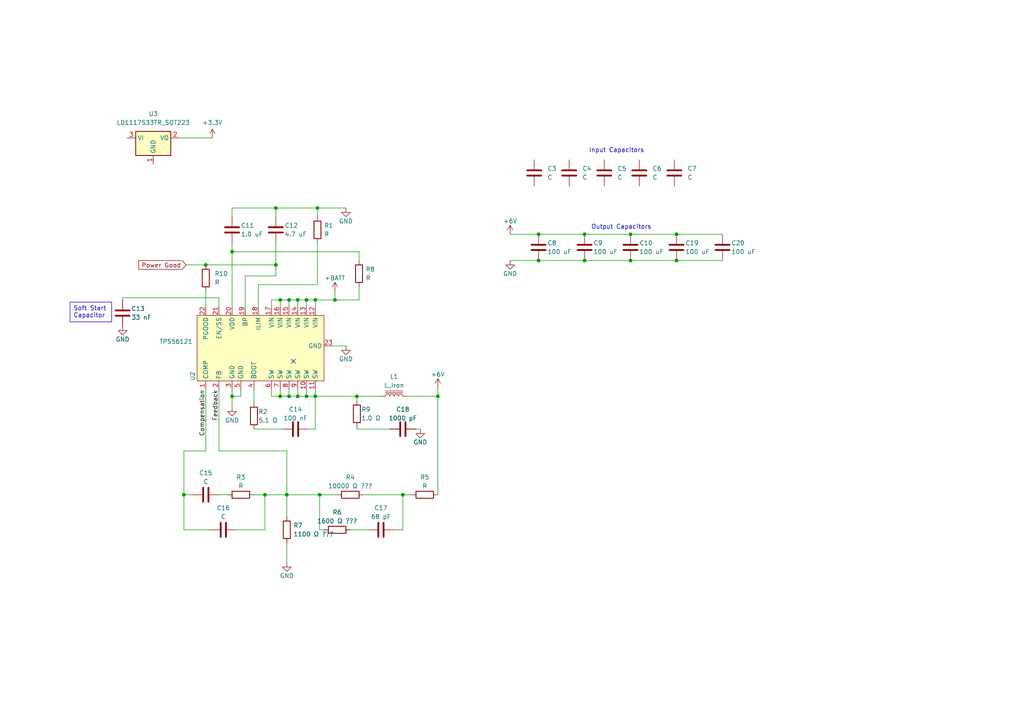
<source format=kicad_sch>
(kicad_sch (version 20230121) (generator eeschema)
  (paper "A4")
  (lib_symbols
    (symbol "Device:C" (pin_numbers hide) (pin_names (offset 0.254))
      (property "Reference" "C" (at 0.635 2.54 0))
      (property "Value" "C" (at 0.635 -2.54 0))
      (symbol "C_0_1"
        (polyline (pts (xy -2.032 -0.762) (xy 2.032 -0.762)) (stroke (width 0.508)))
        (polyline (pts (xy -2.032 0.762) (xy 2.032 0.762)) (stroke (width 0.508)))
      )
      (symbol "C_1_1"
        (pin passive line (at 0 3.81 270) (length 2.794) (name "~") (number "1"))
        (pin passive line (at 0 -3.81 90) (length 2.794) (name "~") (number "2"))
      )
    )
    (symbol "Device:L_Iron" (pin_numbers hide) (pin_names (offset 1.016) hide)
      (property "Reference" "L" (at -1.27 0 90))
      (property "Value" "L_Iron" (at 2.794 0 90))
      (symbol "L_Iron_0_1"
        (arc (start 0 -2.54) (mid 0.6323 -1.905) (end 0 -1.27))
        (arc (start 0 -1.27) (mid 0.6323 -0.635) (end 0 0))
        (polyline (pts (xy 1.016 2.54) (xy 1.016 -2.54)))
        (polyline (pts (xy 1.524 -2.54) (xy 1.524 2.54)))
        (arc (start 0 0) (mid 0.6323 0.635) (end 0 1.27))
        (arc (start 0 1.27) (mid 0.6323 1.905) (end 0 2.54))
      )
      (symbol "L_Iron_1_1"
        (pin passive line (at 0 3.81 270) (length 1.27) (name "1") (number "1"))
        (pin passive line (at 0 -3.81 90) (length 1.27) (name "2") (number "2"))
      )
    )
    (symbol "Device:R" (pin_numbers hide) (pin_names (offset 0))
      (property "Reference" "R" (at 2.032 0 90))
      (property "Value" "R" (at 0 0 90))
      (symbol "R_0_1"
        (rectangle (start -1.016 -2.54) (end 1.016 2.54) (stroke (width 0.254)))
      )
      (symbol "R_1_1"
        (pin passive line (at 0 3.81 270) (length 1.27) (name "~") (number "1"))
        (pin passive line (at 0 -3.81 90) (length 1.27) (name "~") (number "2"))
      )
    )
    (symbol "Marks_Symbols:TPS56121"
      (property "Reference" "U" (at -10.16 20.32 0))
      (property "Value" "TPS56121" (at 8.89 20.32 0))
      (symbol "TPS56121_0_0"
        (pin unspecified line (at -12.7 16.51 0) (length 2.54) (name "COMP") (number "1"))
        (pin unspecified line (at -12.7 -12.7 0) (length 2.54) (name "SW") (number "10"))
        (pin unspecified line (at -12.7 -15.24 0) (length 2.54) (name "SW") (number "11"))
        (pin unspecified line (at 11.43 -15.24 180) (length 2.54) (name "VIN") (number "12"))
        (pin unspecified line (at 11.43 -12.7 180) (length 2.54) (name "VIN") (number "13"))
        (pin unspecified line (at 11.43 -10.16 180) (length 2.54) (name "VIN") (number "14"))
        (pin unspecified line (at 11.43 -7.62 180) (length 2.54) (name "VIN") (number "15"))
        (pin unspecified line (at 11.43 -5.08 180) (length 2.54) (name "VIN") (number "16"))
        (pin unspecified line (at 11.43 -2.54 180) (length 2.54) (name "VIN") (number "17"))
        (pin unspecified line (at 11.43 1.27 180) (length 2.54) (name "ILIM") (number "18"))
        (pin unspecified line (at 11.43 5.08 180) (length 2.54) (name "BP") (number "19"))
        (pin unspecified line (at -12.7 12.7 0) (length 2.54) (name "FB") (number "2"))
        (pin unspecified line (at 11.43 8.89 180) (length 2.54) (name "VDD") (number "20"))
        (pin unspecified line (at 11.43 12.7 180) (length 2.54) (name "EN/SS") (number "21"))
        (pin unspecified line (at 11.43 16.51 180) (length 2.54) (name "PGOOD") (number "22"))
        (pin unspecified line (at -12.7 8.89 0) (length 2.54) (name "GND") (number "3"))
        (pin unspecified line (at -12.7 2.54 0) (length 2.54) (name "BOOT") (number "4"))
        (pin unspecified line (at -12.7 6.35 0) (length 2.54) (name "GND") (number "5"))
        (pin unspecified line (at -12.7 -2.54 0) (length 2.54) (name "SW") (number "6"))
        (pin unspecified line (at -12.7 -5.08 0) (length 2.54) (name "SW") (number "7"))
        (pin unspecified line (at -12.7 -7.62 0) (length 2.54) (name "SW") (number "8"))
        (pin unspecified line (at -12.7 -10.16 0) (length 2.54) (name "SW") (number "9"))
      )
      (symbol "TPS56121_1_0"
        (pin unspecified line (at 0 -20.32 90) (length 2.54) (name "GND") (number "23"))
      )
      (symbol "TPS56121_1_1"
        (rectangle (start -10.16 19.05) (end 8.89 -17.78) (fill (type background)))
      )
    )
    (symbol "Regulator_Linear:LD1117S33TR_SOT223"
      (property "Reference" "U" (at -3.81 3.175 0))
      (property "Value" "LD1117S33TR_SOT223" (at 0 3.175 0))
      (symbol "LD1117S33TR_SOT223_0_1"
        (rectangle (start -5.08 -5.08) (end 5.08 1.905) (stroke (width 0.254)) (fill (type background)))
      )
      (symbol "LD1117S33TR_SOT223_1_1"
        (pin power_in line (at 0 -7.62 90) (length 2.54) (name "GND") (number "1"))
        (pin power_out line (at 7.62 0 180) (length 2.54) (name "VO") (number "2"))
        (pin power_in line (at -7.62 0 0) (length 2.54) (name "VI") (number "3"))
      )
    )
    (symbol "power:+3.3V" (power) (pin_names (offset 0))
      (property "Value" "+3.3V" (at 0 3.556 0))
      (symbol "+3.3V_0_1"
        (polyline (pts (xy -0.762 1.27) (xy 0 2.54)))
        (polyline (pts (xy 0 0) (xy 0 2.54)))
        (polyline (pts (xy 0 2.54) (xy 0.762 1.27)))
      )
      (symbol "+3.3V_1_1"
        (pin power_in line (at 0 0 90) (length 0) hide (name "+3.3V") (number "1"))
      )
    )
    (symbol "power:+6V" (power) (pin_names (offset 0))
      (property "Value" "+6V" (at 0 3.556 0))
      (symbol "+6V_0_1"
        (polyline (pts (xy -0.762 1.27) (xy 0 2.54)))
        (polyline (pts (xy 0 0) (xy 0 2.54)))
        (polyline (pts (xy 0 2.54) (xy 0.762 1.27)))
      )
      (symbol "+6V_1_1"
        (pin power_in line (at 0 0 90) (length 0) hide (name "+6V") (number "1"))
      )
    )
    (symbol "power:+BATT" (power) (pin_names (offset 0))
      (property "Value" "+BATT" (at 0 3.556 0))
      (symbol "+BATT_0_1"
        (polyline (pts (xy -0.762 1.27) (xy 0 2.54)))
        (polyline (pts (xy 0 0) (xy 0 2.54)))
        (polyline (pts (xy 0 2.54) (xy 0.762 1.27)))
      )
      (symbol "+BATT_1_1"
        (pin power_in line (at 0 0 90) (length 0) hide (name "+BATT") (number "1"))
      )
    )
    (symbol "power:GND" (power) (pin_names (offset 0))
      (property "Value" "GND" (at 0 -3.81 0))
      (symbol "GND_0_1"
        (polyline (pts (xy 0 0) (xy 0 -1.27) (xy 1.27 -1.27) (xy 0 -2.54) (xy -1.27 -1.27) (xy 0 -1.27)))
      )
      (symbol "GND_1_1"
        (pin power_in line (at 0 0 270) (length 0) hide (name "GND") (number "1"))
      )
    )
  )
  (junction (at 83.82 114.935))
  (junction (at 156.21 67.945))
  (junction (at 196.215 75.565))
  (junction (at 92.71 143.51))
  (junction (at 80.01 76.835))
  (junction (at 91.44 86.995))
  (junction (at 59.69 76.835))
  (junction (at 97.155 86.995))
  (junction (at 81.28 114.935))
  (junction (at 182.88 67.945))
  (junction (at 127 114.935))
  (junction (at 76.835 143.51))
  (junction (at 182.88 75.565))
  (junction (at 80.01 60.325))
  (junction (at 88.9 114.935))
  (junction (at 196.215 67.945))
  (junction (at 86.36 114.935))
  (junction (at 53.34 143.51))
  (junction (at 156.21 75.565))
  (junction (at 67.31 114.935))
  (junction (at 83.185 143.51))
  (junction (at 91.44 114.935))
  (junction (at 116.84 143.51))
  (junction (at 88.9 86.995))
  (junction (at 86.36 86.995))
  (junction (at 103.505 114.935))
  (junction (at 169.545 75.565))
  (junction (at 83.82 86.995))
  (junction (at 169.545 67.945))
  (junction (at 81.28 86.995))
  (junction (at 92.075 60.325))
  (junction (at 67.31 73.025))
  (no_connect (at 85.09 104.775))
  (wire (pts (xy 91.44 86.995) (xy 91.44 88.9)))
  (wire (pts (xy 63.5 88.9) (xy 63.5 86.36)))
  (wire (pts (xy 89.535 124.46) (xy 91.44 124.46)))
  (wire (pts (xy 83.185 130.81) (xy 83.185 143.51)))
  (wire (pts (xy 182.88 67.945) (xy 196.215 67.945)))
  (wire (pts (xy 67.31 73.025) (xy 104.14 73.025)))
  (wire (pts (xy 196.215 75.565) (xy 209.55 75.565)))
  (wire (pts (xy 147.955 75.565) (xy 156.21 75.565)))
  (wire (pts (xy 63.5 113.03) (xy 63.5 130.81)))
  (wire (pts (xy 92.71 153.67) (xy 92.71 143.51)))
  (wire (pts (xy 59.69 76.835) (xy 80.01 76.835)))
  (wire (pts (xy 91.44 124.46) (xy 91.44 114.935)))
  (wire (pts (xy 88.9 86.995) (xy 88.9 88.9)))
  (wire (pts (xy 86.36 86.995) (xy 86.36 88.9)))
  (wire (pts (xy 92.075 60.325) (xy 100.33 60.325)))
  (wire (pts (xy 86.36 114.935) (xy 88.9 114.935)))
  (wire (pts (xy 73.66 143.51) (xy 76.835 143.51)))
  (wire (pts (xy 67.31 62.865) (xy 67.31 60.325)))
  (wire (pts (xy 83.82 86.995) (xy 83.82 88.9)))
  (wire (pts (xy 101.6 153.67) (xy 106.68 153.67)))
  (wire (pts (xy 76.835 143.51) (xy 76.835 153.67)))
  (wire (pts (xy 35.56 86.36) (xy 35.56 86.995)))
  (wire (pts (xy 116.84 153.67) (xy 114.3 153.67)))
  (wire (pts (xy 104.14 73.025) (xy 104.14 75.565)))
  (wire (pts (xy 69.85 113.03) (xy 69.85 114.935)))
  (wire (pts (xy 118.11 114.935) (xy 127 114.935)))
  (wire (pts (xy 76.835 143.51) (xy 83.185 143.51)))
  (wire (pts (xy 67.31 73.025) (xy 67.31 88.9)))
  (wire (pts (xy 63.5 143.51) (xy 66.04 143.51)))
  (wire (pts (xy 76.835 153.67) (xy 68.58 153.67)))
  (wire (pts (xy 86.36 86.995) (xy 88.9 86.995)))
  (wire (pts (xy 91.44 86.995) (xy 97.155 86.995)))
  (wire (pts (xy 97.155 86.995) (xy 97.155 84.455)))
  (wire (pts (xy 88.9 86.995) (xy 91.44 86.995)))
  (wire (pts (xy 104.14 83.185) (xy 104.14 86.995)))
  (wire (pts (xy 81.28 86.995) (xy 81.28 88.9)))
  (wire (pts (xy 196.215 67.945) (xy 209.55 67.945)))
  (wire (pts (xy 83.82 86.995) (xy 86.36 86.995)))
  (wire (pts (xy 86.36 113.03) (xy 86.36 114.935)))
  (wire (pts (xy 52.07 40.005) (xy 61.595 40.005)))
  (wire (pts (xy 156.21 67.945) (xy 169.545 67.945)))
  (wire (pts (xy 53.34 130.81) (xy 59.69 130.81)))
  (wire (pts (xy 71.12 80.01) (xy 71.12 88.9)))
  (wire (pts (xy 53.34 143.51) (xy 53.34 153.67)))
  (wire (pts (xy 169.545 67.945) (xy 182.88 67.945)))
  (wire (pts (xy 92.075 60.325) (xy 92.075 62.865)))
  (wire (pts (xy 63.5 130.81) (xy 83.185 130.81)))
  (wire (pts (xy 103.505 123.825) (xy 103.505 124.46)))
  (wire (pts (xy 103.505 124.46) (xy 113.03 124.46)))
  (wire (pts (xy 81.28 114.935) (xy 83.82 114.935)))
  (wire (pts (xy 96.52 100.33) (xy 100.33 100.33)))
  (wire (pts (xy 63.5 86.36) (xy 35.56 86.36)))
  (wire (pts (xy 103.505 116.205) (xy 103.505 114.935)))
  (wire (pts (xy 67.31 113.03) (xy 67.31 114.935)))
  (wire (pts (xy 88.9 114.935) (xy 91.44 114.935)))
  (wire (pts (xy 91.44 113.03) (xy 91.44 114.935)))
  (wire (pts (xy 59.69 130.81) (xy 59.69 113.03)))
  (wire (pts (xy 53.34 143.51) (xy 53.34 130.81)))
  (wire (pts (xy 120.65 124.46) (xy 121.92 124.46)))
  (wire (pts (xy 78.74 88.9) (xy 78.74 86.995)))
  (wire (pts (xy 92.075 70.485) (xy 92.075 82.55)))
  (wire (pts (xy 81.28 86.995) (xy 83.82 86.995)))
  (wire (pts (xy 83.185 143.51) (xy 92.71 143.51)))
  (wire (pts (xy 127 112.395) (xy 127 114.935)))
  (wire (pts (xy 88.9 113.03) (xy 88.9 114.935)))
  (wire (pts (xy 83.82 113.03) (xy 83.82 114.935)))
  (wire (pts (xy 169.545 75.565) (xy 182.88 75.565)))
  (wire (pts (xy 78.74 114.935) (xy 81.28 114.935)))
  (wire (pts (xy 80.01 60.325) (xy 80.01 62.865)))
  (wire (pts (xy 69.85 114.935) (xy 67.31 114.935)))
  (wire (pts (xy 105.41 143.51) (xy 116.84 143.51)))
  (wire (pts (xy 73.66 124.46) (xy 81.915 124.46)))
  (wire (pts (xy 53.975 76.835) (xy 59.69 76.835)))
  (wire (pts (xy 78.74 86.995) (xy 81.28 86.995)))
  (wire (pts (xy 53.34 153.67) (xy 60.96 153.67)))
  (wire (pts (xy 83.185 157.48) (xy 83.185 163.195)))
  (wire (pts (xy 127 143.51) (xy 127 114.935)))
  (wire (pts (xy 93.98 153.67) (xy 92.71 153.67)))
  (wire (pts (xy 92.71 143.51) (xy 97.79 143.51)))
  (wire (pts (xy 81.28 113.03) (xy 81.28 114.935)))
  (wire (pts (xy 156.21 75.565) (xy 169.545 75.565)))
  (wire (pts (xy 80.01 76.835) (xy 80.01 80.01)))
  (wire (pts (xy 147.955 67.945) (xy 156.21 67.945)))
  (wire (pts (xy 80.01 70.485) (xy 80.01 76.835)))
  (wire (pts (xy 92.075 82.55) (xy 74.93 82.55)))
  (wire (pts (xy 73.66 113.03) (xy 73.66 116.84)))
  (wire (pts (xy 67.31 60.325) (xy 80.01 60.325)))
  (wire (pts (xy 116.84 143.51) (xy 116.84 153.67)))
  (wire (pts (xy 55.88 143.51) (xy 53.34 143.51)))
  (wire (pts (xy 78.74 113.03) (xy 78.74 114.935)))
  (wire (pts (xy 83.82 114.935) (xy 86.36 114.935)))
  (wire (pts (xy 67.31 70.485) (xy 67.31 73.025)))
  (wire (pts (xy 104.14 86.995) (xy 97.155 86.995)))
  (wire (pts (xy 91.44 114.935) (xy 103.505 114.935)))
  (wire (pts (xy 59.69 84.455) (xy 59.69 88.9)))
  (wire (pts (xy 80.01 80.01) (xy 71.12 80.01)))
  (wire (pts (xy 116.84 143.51) (xy 119.38 143.51)))
  (wire (pts (xy 67.31 114.935) (xy 67.31 118.11)))
  (wire (pts (xy 74.93 82.55) (xy 74.93 88.9)))
  (wire (pts (xy 80.01 60.325) (xy 92.075 60.325)))
  (wire (pts (xy 83.185 143.51) (xy 83.185 149.86)))
  (wire (pts (xy 182.88 75.565) (xy 196.215 75.565)))
  (wire (pts (xy 103.505 114.935) (xy 110.49 114.935)))
  (text_box "Soft Start Capacitor" (at 20.32 87.63 0) (size 12.065 5.715) (effects (font (size 1.27 1.27)) (justify left top)))
  (text "Input Capacitors" (at 170.815 44.45 0) (effects (font (size 1.27 1.27)) (justify left bottom)))
  (text "Output Capacitors" (at 171.45 66.675 0) (effects (font (size 1.27 1.27)) (justify left bottom)))
  (label "Feedback" (at 63.5 113.03 270))
  (label "Compensation" (at 59.69 113.03 270))
  (global_label "Power Good" (shape input) (at 53.975 76.835 180) (property "Intersheetrefs" "${INTERSHEET_REFS}" (effects hide)))
  (symbol (lib_id "Device:C") (at 165.1 50.165 0) (unit 1)
    (property "Reference" "C4" (at 168.91 48.895 0) (effects (justify left)))
    (property "Value" "C" (at 168.91 51.435 0) (effects (justify left)))
  )
  (symbol (lib_id "power:+3.3V") (at 61.595 40.005 0) (unit 1)
    (property "Reference" "#PWR010" (effects hide))
    (property "Value" "+3.3V" (at 61.595 35.56 0))
  )
  (symbol (lib_id "Device:R") (at 104.14 79.375 0) (unit 1)
    (property "Reference" "R8" (at 106.045 78.105 0) (effects (justify left)))
    (property "Value" "R" (at 106.045 80.645 0) (effects (justify left)))
    (property "Description" "Resistor, Chip, 1/16W, 1%" (effects hide))
  )
  (symbol (lib_id "Device:L_Iron") (at 114.3 114.935 90) (unit 1)
    (property "Reference" "L1" (at 114.3 109.22 90))
    (property "Value" "L_Iron" (at 114.3 111.76 90))
    (property "Description" "Inductor, 30A, 0.32 mΩ" (effects hide))
  )
  (symbol (lib_id "Device:R") (at 73.66 120.65 0) (unit 1)
    (property "Reference" "R2" (at 74.93 119.38 0) (effects (justify left)))
    (property "Value" "5.1 Ω" (at 74.93 121.92 0) (effects (justify left)))
    (property "Description" "Resistor, Chip, 1/16W, 1%" (effects hide))
  )
  (symbol (lib_id "Device:C") (at 64.77 153.67 270) (unit 1)
    (property "Reference" "C16" (at 64.77 147.32 90))
    (property "Value" "C" (at 64.77 149.86 90))
    (property "Description" "Capacitor, Ceramic, 50 V, C0G, 5%" (effects hide))
  )
  (symbol (lib_id "Device:C") (at 154.94 50.165 0) (unit 1)
    (property "Reference" "C3" (at 158.75 48.895 0) (effects (justify left)))
    (property "Value" "C" (at 158.75 51.435 0) (effects (justify left)))
  )
  (symbol (lib_id "power:GND") (at 35.56 94.615 0) (unit 1)
    (property "Reference" "#PWR023" (effects hide))
    (property "Value" "GND" (at 35.56 98.425 0))
  )
  (symbol (lib_id "Device:C") (at 35.56 90.805 0) (unit 1)
    (property "Reference" "C13" (at 38.1 89.535 0) (effects (justify left)))
    (property "Value" "33 nF" (at 38.1 92.075 0) (effects (justify left)))
    (property "Description" "Capacitor, Ceramic, 16 V, X7R, 20%" (effects hide))
  )
  (symbol (lib_id "Device:C") (at 195.58 50.165 0) (unit 1)
    (property "Reference" "C7" (at 199.39 48.895 0) (effects (justify left)))
    (property "Value" "C" (at 199.39 51.435 0) (effects (justify left)))
  )
  (symbol (lib_id "Device:R") (at 92.075 66.675 0) (unit 1)
    (property "Reference" "R1" (at 93.98 65.405 0) (effects (justify left)))
    (property "Value" "R" (at 93.98 67.945 0) (effects (justify left)))
    (property "Description" "Resistor, Chip, 1/16W, 1%" (effects hide))
  )
  (symbol (lib_id "power:+BATT") (at 97.155 84.455 0) (unit 1)
    (property "Reference" "#PWR016" (effects hide))
    (property "Value" "+BATT" (at 97.155 80.645 0))
  )
  (symbol (lib_id "Device:C") (at 185.42 50.165 0) (unit 1)
    (property "Reference" "C6" (at 189.23 48.895 0) (effects (justify left)))
    (property "Value" "C" (at 189.23 51.435 0) (effects (justify left)))
  )
  (symbol (lib_id "Device:C") (at 182.88 71.755 0) (unit 1)
    (property "Reference" "C10" (at 185.42 70.485 0) (effects (justify left)))
    (property "Value" "100 uF" (at 185.42 73.025 0) (effects (justify left)))
    (property "Footprint" "Capacitor_SMD:C_1210_3225Metric" (effects hide))
  )
  (symbol (lib_id "Device:R") (at 69.85 143.51 90) (unit 1)
    (property "Reference" "R3" (at 69.85 138.43 90))
    (property "Value" "R" (at 69.85 140.97 90))
    (property "Description" "Resistor, Chip, 1/16W, 1%" (effects hide))
  )
  (symbol (lib_id "Device:C") (at 110.49 153.67 270) (unit 1)
    (property "Reference" "C17" (at 110.49 147.32 90))
    (property "Value" "68 pF" (at 110.49 149.86 90))
    (property "Description" "Capacitor, Ceramic, 50 V, C0G, 5%" (effects hide))
  )
  (symbol (lib_id "power:GND") (at 147.955 75.565 0) (unit 1)
    (property "Reference" "#PWR025" (effects hide))
    (property "Value" "GND" (at 147.955 79.375 0))
  )
  (symbol (lib_id "Device:C") (at 169.545 71.755 0) (unit 1)
    (property "Reference" "C9" (at 172.085 70.485 0) (effects (justify left)))
    (property "Value" "100 uF" (at 172.085 73.025 0) (effects (justify left)))
    (property "Footprint" "Capacitor_SMD:C_1210_3225Metric" (effects hide))
  )
  (symbol (lib_id "power:+6V") (at 127 112.395 0) (unit 1)
    (property "Reference" "#PWR017" (effects hide))
    (property "Value" "+6V" (at 127 108.585 0))
  )
  (symbol (lib_id "Device:C") (at 59.69 143.51 270) (unit 1)
    (property "Reference" "C15" (at 59.69 137.16 90))
    (property "Value" "C" (at 59.69 139.7 90))
    (property "Description" "Capacitor, Ceramic, 50 V, X7R, 10%" (effects hide))
  )
  (symbol (lib_id "power:GND") (at 67.31 118.11 0) (unit 1)
    (property "Reference" "#PWR019" (effects hide))
    (property "Value" "GND" (at 67.31 121.92 0))
  )
  (symbol (lib_id "Regulator_Linear:LD1117S33TR_SOT223") (at 44.45 40.005 0) (unit 1)
    (property "Reference" "U3" (at 44.45 33.02 0))
    (property "Value" "LD1117S33TR_SOT223" (at 44.45 35.56 0))
    (property "Footprint" "Package_TO_SOT_SMD:SOT-223-3_TabPin2" (effects hide))
    (property "Datasheet" "http://www.st.com/st-web-ui/static/active/en/resource/technical/document/datasheet/CD00000544.pdf" (effects hide))
  )
  (symbol (lib_id "Device:R") (at 103.505 120.015 0) (unit 1)
    (property "Reference" "R9" (at 104.775 118.745 0) (effects (justify left)))
    (property "Value" "1.0 Ω" (at 104.775 121.285 0) (effects (justify left)))
    (property "Description" "Resistor, Chip, 1/8W, 1%" (effects hide))
  )
  (symbol (lib_id "Device:R") (at 83.185 153.67 0) (unit 1)
    (property "Reference" "R7" (at 85.09 152.4 0) (effects (justify left)))
    (property "Value" "1100 Ω ???" (at 85.09 154.94 0) (effects (justify left)))
    (property "Description" "Resistor, Chip, 1/16W, 1%" (effects hide))
  )
  (symbol (lib_id "power:GND") (at 83.185 163.195 0) (unit 1)
    (property "Reference" "#PWR022" (effects hide))
    (property "Value" "GND" (at 83.185 167.005 0))
  )
  (symbol (lib_id "Marks_Symbols:TPS56121") (at 76.2 100.33 90) (unit 1)
    (property "Reference" "U2" (at 55.88 110.49 0) (effects (justify left)))
    (property "Value" "TPS56121" (at 55.88 99.06 90) (effects (justify left)))
    (property "Footprint" "Package_DFN_QFN:DFN-22-1EP_5x6mm_P0.5mm_EP3.14x4.3mm" (effects hide))
  )
  (symbol (lib_id "power:GND") (at 100.33 60.325 0) (unit 1)
    (property "Reference" "#PWR020" (effects hide))
    (property "Value" "GND" (at 100.33 64.135 0))
  )
  (symbol (lib_id "Device:C") (at 196.215 71.755 0) (unit 1)
    (property "Reference" "C19" (at 198.755 70.485 0) (effects (justify left)))
    (property "Value" "100 uF" (at 198.755 73.025 0) (effects (justify left)))
    (property "Footprint" "Capacitor_SMD:C_1210_3225Metric" (effects hide))
  )
  (symbol (lib_id "power:GND") (at 100.33 100.33 0) (unit 1)
    (property "Reference" "#PWR018" (effects hide))
    (property "Value" "GND" (at 100.33 104.14 0))
  )
  (symbol (lib_id "Device:R") (at 59.69 80.645 0) (unit 1)
    (property "Reference" "R10" (at 62.23 79.375 0) (effects (justify left)))
    (property "Value" "R" (at 62.23 81.915 0) (effects (justify left)))
    (property "Description" "Resistor, Chip, 1/16W, 1%" (effects hide))
  )
  (symbol (lib_id "Device:R") (at 97.79 153.67 90) (unit 1)
    (property "Reference" "R6" (at 97.79 148.59 90))
    (property "Value" "1600 Ω ???" (at 97.79 151.13 90))
    (property "Description" "Resistor, Chip, 1/16W, 1%" (effects hide))
  )
  (symbol (lib_id "Device:R") (at 123.19 143.51 90) (unit 1)
    (property "Reference" "R5" (at 123.19 138.43 90))
    (property "Value" "R" (at 123.19 140.97 90))
    (property "Description" "Resistor, Chip, 1/16W, 1%" (effects hide))
  )
  (symbol (lib_id "Device:C") (at 209.55 71.755 0) (unit 1)
    (property "Reference" "C20" (at 212.09 70.485 0) (effects (justify left)))
    (property "Value" "100 uF" (at 212.09 73.025 0) (effects (justify left)))
    (property "Footprint" "Capacitor_SMD:C_1210_3225Metric" (effects hide))
  )
  (symbol (lib_id "Device:C") (at 67.31 66.675 0) (unit 1)
    (property "Reference" "C11" (at 69.85 65.405 0) (effects (justify left)))
    (property "Value" "1.0 uF" (at 69.85 67.945 0) (effects (justify left)))
    (property "Description" "Capacitor, Ceramic, 25V, X7R, 20% " (effects hide))
  )
  (symbol (lib_id "Device:C") (at 156.21 71.755 0) (unit 1)
    (property "Reference" "C8" (at 158.75 70.485 0) (effects (justify left)))
    (property "Value" "100 uF" (at 158.75 73.025 0) (effects (justify left)))
    (property "Footprint" "Capacitor_SMD:C_1210_3225Metric" (effects hide))
  )
  (symbol (lib_id "Device:R") (at 101.6 143.51 90) (unit 1)
    (property "Reference" "R4" (at 101.6 138.43 90))
    (property "Value" "10000 Ω ???" (at 101.6 140.97 90))
    (property "Description" "Resistor, Chip, 1/16W, 1%" (effects hide))
  )
  (symbol (lib_id "power:GND") (at 121.92 124.46 0) (unit 1)
    (property "Reference" "#PWR021" (effects hide))
    (property "Value" "GND" (at 121.92 128.27 0))
  )
  (symbol (lib_id "power:+6V") (at 147.955 67.945 0) (unit 1)
    (property "Reference" "#PWR024" (effects hide))
    (property "Value" "+6V" (at 147.955 64.135 0))
  )
  (symbol (lib_id "Device:C") (at 116.84 124.46 270) (unit 1)
    (property "Reference" "C18" (at 116.84 118.745 90))
    (property "Value" "1000 pF" (at 116.84 121.285 90))
    (property "Description" "Capacitor, Ceramic, 50 V, X7R, 20% " (effects hide))
  )
  (symbol (lib_id "Device:C") (at 175.26 50.165 0) (unit 1)
    (property "Reference" "C5" (at 179.07 48.895 0) (effects (justify left)))
    (property "Value" "C" (at 179.07 51.435 0) (effects (justify left)))
  )
  (symbol (lib_id "Device:C") (at 85.725 124.46 90) (unit 1)
    (property "Reference" "C14" (at 85.725 118.745 90))
    (property "Value" "100 nF" (at 85.725 121.285 90))
    (property "Description" "Capacitor, Ceramic, 50 V, X7R, 20%" (effects hide))
    (property "Notes" "Min 10V rating" (effects hide))
  )
  (symbol (lib_id "Device:C") (at 80.01 66.675 0) (unit 1)
    (property "Reference" "C12" (at 82.55 65.405 0) (effects (justify left)))
    (property "Value" "4.7 uF" (at 82.55 67.945 0) (effects (justify left)))
    (property "Description" "Capacitor, Ceramic, 10 V, X5R, 20%" (effects hide))
  )
)
</source>
